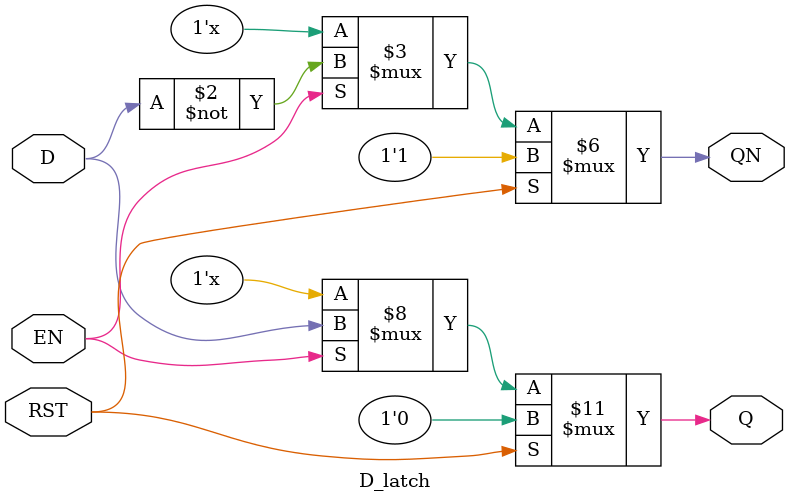
<source format=v>
`timescale 1ns / 1ps


module D_latch(Q, QN, D, EN, RST); //锁存器
    output reg Q, QN; // 状态信号Q，～Q
    input D;    // 激励信号
    input EN, RST;  //使能信号EN， 复位信号RST

    always @(EN, RST, D) begin
        if(RST) begin // 复位优先
        //阻塞赋值语句，顺序执行
            Q = 0;
            QN = 1;
        end
        else if(EN) begin // 使能有效，赋值
        //非阻塞赋值语句，并行执行
            Q <= D;
            QN <= ~D;
        end
    end
endmodule

</source>
